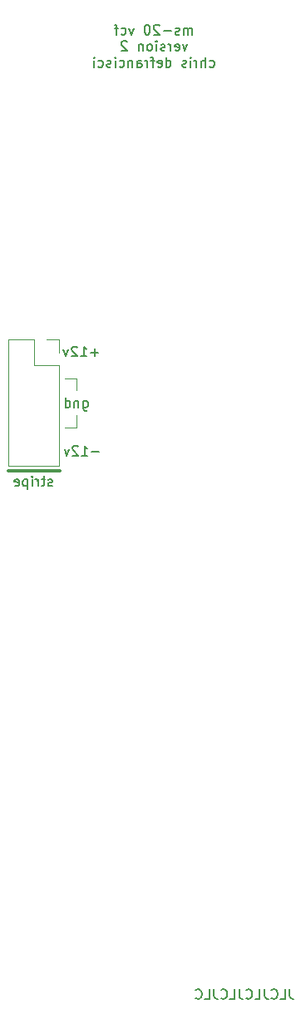
<source format=gbr>
%TF.GenerationSoftware,KiCad,Pcbnew,(5.1.7-0-10_14)*%
%TF.CreationDate,2021-06-01T07:16:10-04:00*%
%TF.ProjectId,VCF,5643462e-6b69-4636-9164-5f7063625858,rev?*%
%TF.SameCoordinates,Original*%
%TF.FileFunction,Legend,Bot*%
%TF.FilePolarity,Positive*%
%FSLAX46Y46*%
G04 Gerber Fmt 4.6, Leading zero omitted, Abs format (unit mm)*
G04 Created by KiCad (PCBNEW (5.1.7-0-10_14)) date 2021-06-01 07:16:10*
%MOMM*%
%LPD*%
G01*
G04 APERTURE LIST*
%ADD10C,0.150000*%
%ADD11C,0.120000*%
%ADD12C,0.300000*%
G04 APERTURE END LIST*
D10*
X119280952Y-77902380D02*
X119280952Y-77235714D01*
X119280952Y-77330952D02*
X119233333Y-77283333D01*
X119138095Y-77235714D01*
X118995238Y-77235714D01*
X118900000Y-77283333D01*
X118852380Y-77378571D01*
X118852380Y-77902380D01*
X118852380Y-77378571D02*
X118804761Y-77283333D01*
X118709523Y-77235714D01*
X118566666Y-77235714D01*
X118471428Y-77283333D01*
X118423809Y-77378571D01*
X118423809Y-77902380D01*
X117995238Y-77854761D02*
X117900000Y-77902380D01*
X117709523Y-77902380D01*
X117614285Y-77854761D01*
X117566666Y-77759523D01*
X117566666Y-77711904D01*
X117614285Y-77616666D01*
X117709523Y-77569047D01*
X117852380Y-77569047D01*
X117947619Y-77521428D01*
X117995238Y-77426190D01*
X117995238Y-77378571D01*
X117947619Y-77283333D01*
X117852380Y-77235714D01*
X117709523Y-77235714D01*
X117614285Y-77283333D01*
X117138095Y-77521428D02*
X116376190Y-77521428D01*
X115947619Y-76997619D02*
X115900000Y-76950000D01*
X115804761Y-76902380D01*
X115566666Y-76902380D01*
X115471428Y-76950000D01*
X115423809Y-76997619D01*
X115376190Y-77092857D01*
X115376190Y-77188095D01*
X115423809Y-77330952D01*
X115995238Y-77902380D01*
X115376190Y-77902380D01*
X114757142Y-76902380D02*
X114661904Y-76902380D01*
X114566666Y-76950000D01*
X114519047Y-76997619D01*
X114471428Y-77092857D01*
X114423809Y-77283333D01*
X114423809Y-77521428D01*
X114471428Y-77711904D01*
X114519047Y-77807142D01*
X114566666Y-77854761D01*
X114661904Y-77902380D01*
X114757142Y-77902380D01*
X114852380Y-77854761D01*
X114900000Y-77807142D01*
X114947619Y-77711904D01*
X114995238Y-77521428D01*
X114995238Y-77283333D01*
X114947619Y-77092857D01*
X114900000Y-76997619D01*
X114852380Y-76950000D01*
X114757142Y-76902380D01*
X113328571Y-77235714D02*
X113090476Y-77902380D01*
X112852380Y-77235714D01*
X112042857Y-77854761D02*
X112138095Y-77902380D01*
X112328571Y-77902380D01*
X112423809Y-77854761D01*
X112471428Y-77807142D01*
X112519047Y-77711904D01*
X112519047Y-77426190D01*
X112471428Y-77330952D01*
X112423809Y-77283333D01*
X112328571Y-77235714D01*
X112138095Y-77235714D01*
X112042857Y-77283333D01*
X111757142Y-77235714D02*
X111376190Y-77235714D01*
X111614285Y-77902380D02*
X111614285Y-77045238D01*
X111566666Y-76950000D01*
X111471428Y-76902380D01*
X111376190Y-76902380D01*
X118780952Y-78885714D02*
X118542857Y-79552380D01*
X118304761Y-78885714D01*
X117542857Y-79504761D02*
X117638095Y-79552380D01*
X117828571Y-79552380D01*
X117923809Y-79504761D01*
X117971428Y-79409523D01*
X117971428Y-79028571D01*
X117923809Y-78933333D01*
X117828571Y-78885714D01*
X117638095Y-78885714D01*
X117542857Y-78933333D01*
X117495238Y-79028571D01*
X117495238Y-79123809D01*
X117971428Y-79219047D01*
X117066666Y-79552380D02*
X117066666Y-78885714D01*
X117066666Y-79076190D02*
X117019047Y-78980952D01*
X116971428Y-78933333D01*
X116876190Y-78885714D01*
X116780952Y-78885714D01*
X116495238Y-79504761D02*
X116400000Y-79552380D01*
X116209523Y-79552380D01*
X116114285Y-79504761D01*
X116066666Y-79409523D01*
X116066666Y-79361904D01*
X116114285Y-79266666D01*
X116209523Y-79219047D01*
X116352380Y-79219047D01*
X116447619Y-79171428D01*
X116495238Y-79076190D01*
X116495238Y-79028571D01*
X116447619Y-78933333D01*
X116352380Y-78885714D01*
X116209523Y-78885714D01*
X116114285Y-78933333D01*
X115638095Y-79552380D02*
X115638095Y-78885714D01*
X115638095Y-78552380D02*
X115685714Y-78600000D01*
X115638095Y-78647619D01*
X115590476Y-78600000D01*
X115638095Y-78552380D01*
X115638095Y-78647619D01*
X115019047Y-79552380D02*
X115114285Y-79504761D01*
X115161904Y-79457142D01*
X115209523Y-79361904D01*
X115209523Y-79076190D01*
X115161904Y-78980952D01*
X115114285Y-78933333D01*
X115019047Y-78885714D01*
X114876190Y-78885714D01*
X114780952Y-78933333D01*
X114733333Y-78980952D01*
X114685714Y-79076190D01*
X114685714Y-79361904D01*
X114733333Y-79457142D01*
X114780952Y-79504761D01*
X114876190Y-79552380D01*
X115019047Y-79552380D01*
X114257142Y-78885714D02*
X114257142Y-79552380D01*
X114257142Y-78980952D02*
X114209523Y-78933333D01*
X114114285Y-78885714D01*
X113971428Y-78885714D01*
X113876190Y-78933333D01*
X113828571Y-79028571D01*
X113828571Y-79552380D01*
X112638095Y-78647619D02*
X112590476Y-78600000D01*
X112495238Y-78552380D01*
X112257142Y-78552380D01*
X112161904Y-78600000D01*
X112114285Y-78647619D01*
X112066666Y-78742857D01*
X112066666Y-78838095D01*
X112114285Y-78980952D01*
X112685714Y-79552380D01*
X112066666Y-79552380D01*
X121066666Y-81154761D02*
X121161904Y-81202380D01*
X121352380Y-81202380D01*
X121447619Y-81154761D01*
X121495238Y-81107142D01*
X121542857Y-81011904D01*
X121542857Y-80726190D01*
X121495238Y-80630952D01*
X121447619Y-80583333D01*
X121352380Y-80535714D01*
X121161904Y-80535714D01*
X121066666Y-80583333D01*
X120638095Y-81202380D02*
X120638095Y-80202380D01*
X120209523Y-81202380D02*
X120209523Y-80678571D01*
X120257142Y-80583333D01*
X120352380Y-80535714D01*
X120495238Y-80535714D01*
X120590476Y-80583333D01*
X120638095Y-80630952D01*
X119733333Y-81202380D02*
X119733333Y-80535714D01*
X119733333Y-80726190D02*
X119685714Y-80630952D01*
X119638095Y-80583333D01*
X119542857Y-80535714D01*
X119447619Y-80535714D01*
X119114285Y-81202380D02*
X119114285Y-80535714D01*
X119114285Y-80202380D02*
X119161904Y-80250000D01*
X119114285Y-80297619D01*
X119066666Y-80250000D01*
X119114285Y-80202380D01*
X119114285Y-80297619D01*
X118685714Y-81154761D02*
X118590476Y-81202380D01*
X118400000Y-81202380D01*
X118304761Y-81154761D01*
X118257142Y-81059523D01*
X118257142Y-81011904D01*
X118304761Y-80916666D01*
X118400000Y-80869047D01*
X118542857Y-80869047D01*
X118638095Y-80821428D01*
X118685714Y-80726190D01*
X118685714Y-80678571D01*
X118638095Y-80583333D01*
X118542857Y-80535714D01*
X118400000Y-80535714D01*
X118304761Y-80583333D01*
X116638095Y-81202380D02*
X116638095Y-80202380D01*
X116638095Y-81154761D02*
X116733333Y-81202380D01*
X116923809Y-81202380D01*
X117019047Y-81154761D01*
X117066666Y-81107142D01*
X117114285Y-81011904D01*
X117114285Y-80726190D01*
X117066666Y-80630952D01*
X117019047Y-80583333D01*
X116923809Y-80535714D01*
X116733333Y-80535714D01*
X116638095Y-80583333D01*
X115780952Y-81154761D02*
X115876190Y-81202380D01*
X116066666Y-81202380D01*
X116161904Y-81154761D01*
X116209523Y-81059523D01*
X116209523Y-80678571D01*
X116161904Y-80583333D01*
X116066666Y-80535714D01*
X115876190Y-80535714D01*
X115780952Y-80583333D01*
X115733333Y-80678571D01*
X115733333Y-80773809D01*
X116209523Y-80869047D01*
X115447619Y-80535714D02*
X115066666Y-80535714D01*
X115304761Y-81202380D02*
X115304761Y-80345238D01*
X115257142Y-80250000D01*
X115161904Y-80202380D01*
X115066666Y-80202380D01*
X114733333Y-81202380D02*
X114733333Y-80535714D01*
X114733333Y-80726190D02*
X114685714Y-80630952D01*
X114638095Y-80583333D01*
X114542857Y-80535714D01*
X114447619Y-80535714D01*
X113685714Y-81202380D02*
X113685714Y-80678571D01*
X113733333Y-80583333D01*
X113828571Y-80535714D01*
X114019047Y-80535714D01*
X114114285Y-80583333D01*
X113685714Y-81154761D02*
X113780952Y-81202380D01*
X114019047Y-81202380D01*
X114114285Y-81154761D01*
X114161904Y-81059523D01*
X114161904Y-80964285D01*
X114114285Y-80869047D01*
X114019047Y-80821428D01*
X113780952Y-80821428D01*
X113685714Y-80773809D01*
X113209523Y-80535714D02*
X113209523Y-81202380D01*
X113209523Y-80630952D02*
X113161904Y-80583333D01*
X113066666Y-80535714D01*
X112923809Y-80535714D01*
X112828571Y-80583333D01*
X112780952Y-80678571D01*
X112780952Y-81202380D01*
X111876190Y-81154761D02*
X111971428Y-81202380D01*
X112161904Y-81202380D01*
X112257142Y-81154761D01*
X112304761Y-81107142D01*
X112352380Y-81011904D01*
X112352380Y-80726190D01*
X112304761Y-80630952D01*
X112257142Y-80583333D01*
X112161904Y-80535714D01*
X111971428Y-80535714D01*
X111876190Y-80583333D01*
X111447619Y-81202380D02*
X111447619Y-80535714D01*
X111447619Y-80202380D02*
X111495238Y-80250000D01*
X111447619Y-80297619D01*
X111400000Y-80250000D01*
X111447619Y-80202380D01*
X111447619Y-80297619D01*
X111019047Y-81154761D02*
X110923809Y-81202380D01*
X110733333Y-81202380D01*
X110638095Y-81154761D01*
X110590476Y-81059523D01*
X110590476Y-81011904D01*
X110638095Y-80916666D01*
X110733333Y-80869047D01*
X110876190Y-80869047D01*
X110971428Y-80821428D01*
X111019047Y-80726190D01*
X111019047Y-80678571D01*
X110971428Y-80583333D01*
X110876190Y-80535714D01*
X110733333Y-80535714D01*
X110638095Y-80583333D01*
X109733333Y-81154761D02*
X109828571Y-81202380D01*
X110019047Y-81202380D01*
X110114285Y-81154761D01*
X110161904Y-81107142D01*
X110209523Y-81011904D01*
X110209523Y-80726190D01*
X110161904Y-80630952D01*
X110114285Y-80583333D01*
X110019047Y-80535714D01*
X109828571Y-80535714D01*
X109733333Y-80583333D01*
X109304761Y-81202380D02*
X109304761Y-80535714D01*
X109304761Y-80202380D02*
X109352380Y-80250000D01*
X109304761Y-80297619D01*
X109257142Y-80250000D01*
X109304761Y-80202380D01*
X109304761Y-80297619D01*
X129219047Y-175052380D02*
X129219047Y-175766666D01*
X129266666Y-175909523D01*
X129361904Y-176004761D01*
X129504761Y-176052380D01*
X129600000Y-176052380D01*
X128266666Y-176052380D02*
X128742857Y-176052380D01*
X128742857Y-175052380D01*
X127361904Y-175957142D02*
X127409523Y-176004761D01*
X127552380Y-176052380D01*
X127647619Y-176052380D01*
X127790476Y-176004761D01*
X127885714Y-175909523D01*
X127933333Y-175814285D01*
X127980952Y-175623809D01*
X127980952Y-175480952D01*
X127933333Y-175290476D01*
X127885714Y-175195238D01*
X127790476Y-175100000D01*
X127647619Y-175052380D01*
X127552380Y-175052380D01*
X127409523Y-175100000D01*
X127361904Y-175147619D01*
X126647619Y-175052380D02*
X126647619Y-175766666D01*
X126695238Y-175909523D01*
X126790476Y-176004761D01*
X126933333Y-176052380D01*
X127028571Y-176052380D01*
X125695238Y-176052380D02*
X126171428Y-176052380D01*
X126171428Y-175052380D01*
X124790476Y-175957142D02*
X124838095Y-176004761D01*
X124980952Y-176052380D01*
X125076190Y-176052380D01*
X125219047Y-176004761D01*
X125314285Y-175909523D01*
X125361904Y-175814285D01*
X125409523Y-175623809D01*
X125409523Y-175480952D01*
X125361904Y-175290476D01*
X125314285Y-175195238D01*
X125219047Y-175100000D01*
X125076190Y-175052380D01*
X124980952Y-175052380D01*
X124838095Y-175100000D01*
X124790476Y-175147619D01*
X124076190Y-175052380D02*
X124076190Y-175766666D01*
X124123809Y-175909523D01*
X124219047Y-176004761D01*
X124361904Y-176052380D01*
X124457142Y-176052380D01*
X123123809Y-176052380D02*
X123600000Y-176052380D01*
X123600000Y-175052380D01*
X122219047Y-175957142D02*
X122266666Y-176004761D01*
X122409523Y-176052380D01*
X122504761Y-176052380D01*
X122647619Y-176004761D01*
X122742857Y-175909523D01*
X122790476Y-175814285D01*
X122838095Y-175623809D01*
X122838095Y-175480952D01*
X122790476Y-175290476D01*
X122742857Y-175195238D01*
X122647619Y-175100000D01*
X122504761Y-175052380D01*
X122409523Y-175052380D01*
X122266666Y-175100000D01*
X122219047Y-175147619D01*
X121504761Y-175052380D02*
X121504761Y-175766666D01*
X121552380Y-175909523D01*
X121647619Y-176004761D01*
X121790476Y-176052380D01*
X121885714Y-176052380D01*
X120552380Y-176052380D02*
X121028571Y-176052380D01*
X121028571Y-175052380D01*
X119647619Y-175957142D02*
X119695238Y-176004761D01*
X119838095Y-176052380D01*
X119933333Y-176052380D01*
X120076190Y-176004761D01*
X120171428Y-175909523D01*
X120219047Y-175814285D01*
X120266666Y-175623809D01*
X120266666Y-175480952D01*
X120219047Y-175290476D01*
X120171428Y-175195238D01*
X120076190Y-175100000D01*
X119933333Y-175052380D01*
X119838095Y-175052380D01*
X119695238Y-175100000D01*
X119647619Y-175147619D01*
D11*
X107500000Y-117900000D02*
X106300000Y-117900000D01*
X107500000Y-116600000D02*
X107500000Y-117900000D01*
X107500000Y-112900000D02*
X106300000Y-112900000D01*
X107500000Y-114100000D02*
X107500000Y-112900000D01*
D10*
X108190476Y-115185714D02*
X108190476Y-115995238D01*
X108238095Y-116090476D01*
X108285714Y-116138095D01*
X108380952Y-116185714D01*
X108523809Y-116185714D01*
X108619047Y-116138095D01*
X108190476Y-115804761D02*
X108285714Y-115852380D01*
X108476190Y-115852380D01*
X108571428Y-115804761D01*
X108619047Y-115757142D01*
X108666666Y-115661904D01*
X108666666Y-115376190D01*
X108619047Y-115280952D01*
X108571428Y-115233333D01*
X108476190Y-115185714D01*
X108285714Y-115185714D01*
X108190476Y-115233333D01*
X107714285Y-115185714D02*
X107714285Y-115852380D01*
X107714285Y-115280952D02*
X107666666Y-115233333D01*
X107571428Y-115185714D01*
X107428571Y-115185714D01*
X107333333Y-115233333D01*
X107285714Y-115328571D01*
X107285714Y-115852380D01*
X106380952Y-115852380D02*
X106380952Y-114852380D01*
X106380952Y-115804761D02*
X106476190Y-115852380D01*
X106666666Y-115852380D01*
X106761904Y-115804761D01*
X106809523Y-115757142D01*
X106857142Y-115661904D01*
X106857142Y-115376190D01*
X106809523Y-115280952D01*
X106761904Y-115233333D01*
X106666666Y-115185714D01*
X106476190Y-115185714D01*
X106380952Y-115233333D01*
X109714285Y-110271428D02*
X108952380Y-110271428D01*
X109333333Y-110652380D02*
X109333333Y-109890476D01*
X107952380Y-110652380D02*
X108523809Y-110652380D01*
X108238095Y-110652380D02*
X108238095Y-109652380D01*
X108333333Y-109795238D01*
X108428571Y-109890476D01*
X108523809Y-109938095D01*
X107571428Y-109747619D02*
X107523809Y-109700000D01*
X107428571Y-109652380D01*
X107190476Y-109652380D01*
X107095238Y-109700000D01*
X107047619Y-109747619D01*
X107000000Y-109842857D01*
X107000000Y-109938095D01*
X107047619Y-110080952D01*
X107619047Y-110652380D01*
X107000000Y-110652380D01*
X106666666Y-109985714D02*
X106428571Y-110652380D01*
X106190476Y-109985714D01*
X109814285Y-120371428D02*
X109052380Y-120371428D01*
X108052380Y-120752380D02*
X108623809Y-120752380D01*
X108338095Y-120752380D02*
X108338095Y-119752380D01*
X108433333Y-119895238D01*
X108528571Y-119990476D01*
X108623809Y-120038095D01*
X107671428Y-119847619D02*
X107623809Y-119800000D01*
X107528571Y-119752380D01*
X107290476Y-119752380D01*
X107195238Y-119800000D01*
X107147619Y-119847619D01*
X107100000Y-119942857D01*
X107100000Y-120038095D01*
X107147619Y-120180952D01*
X107719047Y-120752380D01*
X107100000Y-120752380D01*
X106766666Y-120085714D02*
X106528571Y-120752380D01*
X106290476Y-120085714D01*
X105028571Y-123804761D02*
X104933333Y-123852380D01*
X104742857Y-123852380D01*
X104647619Y-123804761D01*
X104600000Y-123709523D01*
X104600000Y-123661904D01*
X104647619Y-123566666D01*
X104742857Y-123519047D01*
X104885714Y-123519047D01*
X104980952Y-123471428D01*
X105028571Y-123376190D01*
X105028571Y-123328571D01*
X104980952Y-123233333D01*
X104885714Y-123185714D01*
X104742857Y-123185714D01*
X104647619Y-123233333D01*
X104314285Y-123185714D02*
X103933333Y-123185714D01*
X104171428Y-122852380D02*
X104171428Y-123709523D01*
X104123809Y-123804761D01*
X104028571Y-123852380D01*
X103933333Y-123852380D01*
X103600000Y-123852380D02*
X103600000Y-123185714D01*
X103600000Y-123376190D02*
X103552380Y-123280952D01*
X103504761Y-123233333D01*
X103409523Y-123185714D01*
X103314285Y-123185714D01*
X102980952Y-123852380D02*
X102980952Y-123185714D01*
X102980952Y-122852380D02*
X103028571Y-122900000D01*
X102980952Y-122947619D01*
X102933333Y-122900000D01*
X102980952Y-122852380D01*
X102980952Y-122947619D01*
X102504761Y-123185714D02*
X102504761Y-124185714D01*
X102504761Y-123233333D02*
X102409523Y-123185714D01*
X102219047Y-123185714D01*
X102123809Y-123233333D01*
X102076190Y-123280952D01*
X102028571Y-123376190D01*
X102028571Y-123661904D01*
X102076190Y-123757142D01*
X102123809Y-123804761D01*
X102219047Y-123852380D01*
X102409523Y-123852380D01*
X102504761Y-123804761D01*
X101219047Y-123804761D02*
X101314285Y-123852380D01*
X101504761Y-123852380D01*
X101600000Y-123804761D01*
X101647619Y-123709523D01*
X101647619Y-123328571D01*
X101600000Y-123233333D01*
X101504761Y-123185714D01*
X101314285Y-123185714D01*
X101219047Y-123233333D01*
X101171428Y-123328571D01*
X101171428Y-123423809D01*
X101647619Y-123519047D01*
D12*
X100600000Y-122300000D02*
X105800000Y-122300000D01*
D11*
%TO.C,J105*%
X105770000Y-121790000D02*
X100570000Y-121790000D01*
X105770000Y-111570000D02*
X105770000Y-121790000D01*
X100570000Y-108970000D02*
X100570000Y-121790000D01*
X105770000Y-111570000D02*
X103170000Y-111570000D01*
X103170000Y-111570000D02*
X103170000Y-108970000D01*
X103170000Y-108970000D02*
X100570000Y-108970000D01*
X105770000Y-110300000D02*
X105770000Y-108970000D01*
X105770000Y-108970000D02*
X104440000Y-108970000D01*
%TD*%
M02*

</source>
